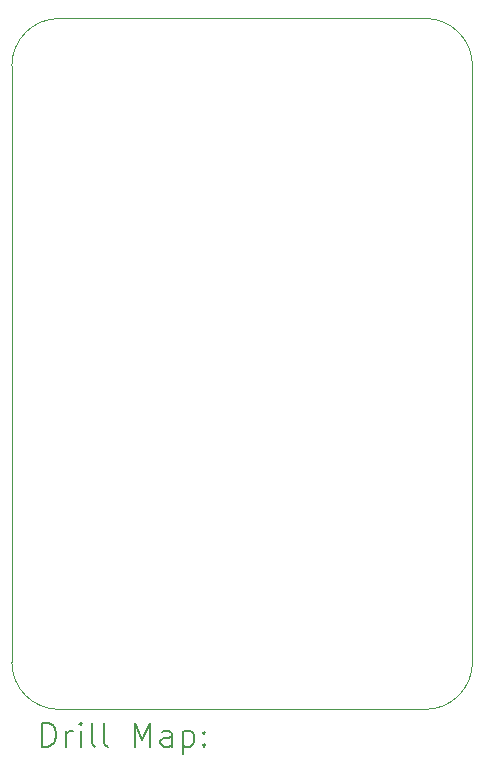
<source format=gbr>
%TF.GenerationSoftware,KiCad,Pcbnew,8.0.4*%
%TF.CreationDate,2024-10-18T17:00:11+02:00*%
%TF.ProjectId,Atari_SIO2SD_Mini,41746172-695f-4534-994f-3253445f4d69,rev?*%
%TF.SameCoordinates,Original*%
%TF.FileFunction,Drillmap*%
%TF.FilePolarity,Positive*%
%FSLAX45Y45*%
G04 Gerber Fmt 4.5, Leading zero omitted, Abs format (unit mm)*
G04 Created by KiCad (PCBNEW 8.0.4) date 2024-10-18 17:00:11*
%MOMM*%
%LPD*%
G01*
G04 APERTURE LIST*
%ADD10C,0.050000*%
%ADD11C,0.200000*%
G04 APERTURE END LIST*
D10*
X16550000Y-5449843D02*
G75*
G02*
X16949997Y-5849843I0J-399997D01*
G01*
X13450000Y-11300000D02*
G75*
G02*
X13050000Y-10900000I0J400000D01*
G01*
X14150000Y-5450000D02*
X15850000Y-5450000D01*
X13450000Y-11300000D02*
X16550000Y-11300000D01*
X16950000Y-10900000D02*
G75*
G02*
X16550000Y-11300000I-400000J0D01*
G01*
X13050000Y-6300000D02*
X13050000Y-5850000D01*
X16950000Y-10900000D02*
X16950000Y-6300000D01*
X13050000Y-10900000D02*
X13050000Y-6300000D01*
X13450000Y-5450000D02*
X14150000Y-5450000D01*
X13050000Y-5850000D02*
G75*
G02*
X13450000Y-5450000I400000J0D01*
G01*
X16950000Y-6300000D02*
X16950000Y-5849843D01*
X15850000Y-5450000D02*
X16550000Y-5450000D01*
D11*
X13308276Y-11613984D02*
X13308276Y-11413984D01*
X13308276Y-11413984D02*
X13355895Y-11413984D01*
X13355895Y-11413984D02*
X13384467Y-11423508D01*
X13384467Y-11423508D02*
X13403514Y-11442555D01*
X13403514Y-11442555D02*
X13413038Y-11461603D01*
X13413038Y-11461603D02*
X13422562Y-11499698D01*
X13422562Y-11499698D02*
X13422562Y-11528269D01*
X13422562Y-11528269D02*
X13413038Y-11566365D01*
X13413038Y-11566365D02*
X13403514Y-11585412D01*
X13403514Y-11585412D02*
X13384467Y-11604460D01*
X13384467Y-11604460D02*
X13355895Y-11613984D01*
X13355895Y-11613984D02*
X13308276Y-11613984D01*
X13508276Y-11613984D02*
X13508276Y-11480650D01*
X13508276Y-11518746D02*
X13517800Y-11499698D01*
X13517800Y-11499698D02*
X13527324Y-11490174D01*
X13527324Y-11490174D02*
X13546372Y-11480650D01*
X13546372Y-11480650D02*
X13565419Y-11480650D01*
X13632086Y-11613984D02*
X13632086Y-11480650D01*
X13632086Y-11413984D02*
X13622562Y-11423508D01*
X13622562Y-11423508D02*
X13632086Y-11433031D01*
X13632086Y-11433031D02*
X13641610Y-11423508D01*
X13641610Y-11423508D02*
X13632086Y-11413984D01*
X13632086Y-11413984D02*
X13632086Y-11433031D01*
X13755895Y-11613984D02*
X13736848Y-11604460D01*
X13736848Y-11604460D02*
X13727324Y-11585412D01*
X13727324Y-11585412D02*
X13727324Y-11413984D01*
X13860657Y-11613984D02*
X13841610Y-11604460D01*
X13841610Y-11604460D02*
X13832086Y-11585412D01*
X13832086Y-11585412D02*
X13832086Y-11413984D01*
X14089229Y-11613984D02*
X14089229Y-11413984D01*
X14089229Y-11413984D02*
X14155895Y-11556841D01*
X14155895Y-11556841D02*
X14222562Y-11413984D01*
X14222562Y-11413984D02*
X14222562Y-11613984D01*
X14403514Y-11613984D02*
X14403514Y-11509222D01*
X14403514Y-11509222D02*
X14393991Y-11490174D01*
X14393991Y-11490174D02*
X14374943Y-11480650D01*
X14374943Y-11480650D02*
X14336848Y-11480650D01*
X14336848Y-11480650D02*
X14317800Y-11490174D01*
X14403514Y-11604460D02*
X14384467Y-11613984D01*
X14384467Y-11613984D02*
X14336848Y-11613984D01*
X14336848Y-11613984D02*
X14317800Y-11604460D01*
X14317800Y-11604460D02*
X14308276Y-11585412D01*
X14308276Y-11585412D02*
X14308276Y-11566365D01*
X14308276Y-11566365D02*
X14317800Y-11547317D01*
X14317800Y-11547317D02*
X14336848Y-11537793D01*
X14336848Y-11537793D02*
X14384467Y-11537793D01*
X14384467Y-11537793D02*
X14403514Y-11528269D01*
X14498753Y-11480650D02*
X14498753Y-11680650D01*
X14498753Y-11490174D02*
X14517800Y-11480650D01*
X14517800Y-11480650D02*
X14555895Y-11480650D01*
X14555895Y-11480650D02*
X14574943Y-11490174D01*
X14574943Y-11490174D02*
X14584467Y-11499698D01*
X14584467Y-11499698D02*
X14593991Y-11518746D01*
X14593991Y-11518746D02*
X14593991Y-11575888D01*
X14593991Y-11575888D02*
X14584467Y-11594936D01*
X14584467Y-11594936D02*
X14574943Y-11604460D01*
X14574943Y-11604460D02*
X14555895Y-11613984D01*
X14555895Y-11613984D02*
X14517800Y-11613984D01*
X14517800Y-11613984D02*
X14498753Y-11604460D01*
X14679705Y-11594936D02*
X14689229Y-11604460D01*
X14689229Y-11604460D02*
X14679705Y-11613984D01*
X14679705Y-11613984D02*
X14670181Y-11604460D01*
X14670181Y-11604460D02*
X14679705Y-11594936D01*
X14679705Y-11594936D02*
X14679705Y-11613984D01*
X14679705Y-11490174D02*
X14689229Y-11499698D01*
X14689229Y-11499698D02*
X14679705Y-11509222D01*
X14679705Y-11509222D02*
X14670181Y-11499698D01*
X14670181Y-11499698D02*
X14679705Y-11490174D01*
X14679705Y-11490174D02*
X14679705Y-11509222D01*
M02*

</source>
